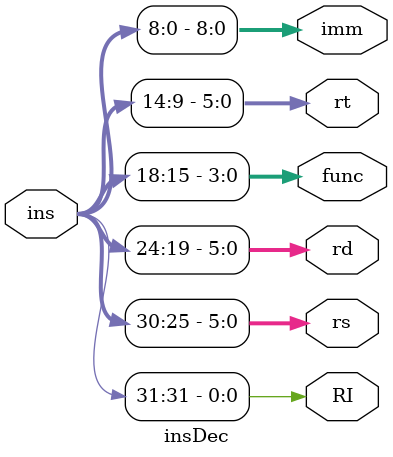
<source format=v>
`timescale 1ns / 1ps


module insDec(
    input [31:0] ins,
    output RI,
    output [5:0] rs,
    output [5:0] rd,
    output [3:0] func,
    output [5:0] rt,
    output [8:0] imm
    );
    assign RI = ins[31];
    assign rs = ins[30:25];
    assign rd = ins[24:19];
    assign func = ins[18:15];
    assign rt = ins[14:9];
    assign imm = ins[8:0];
endmodule

</source>
